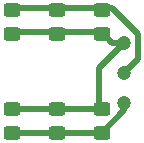
<source format=gbr>
%TF.GenerationSoftware,KiCad,Pcbnew,7.0.1*%
%TF.CreationDate,2023-07-19T22:53:03+03:00*%
%TF.ProjectId,korry-led-pcb,6b6f7272-792d-46c6-9564-2d7063622e6b,rev?*%
%TF.SameCoordinates,Original*%
%TF.FileFunction,Copper,L1,Top*%
%TF.FilePolarity,Positive*%
%FSLAX46Y46*%
G04 Gerber Fmt 4.6, Leading zero omitted, Abs format (unit mm)*
G04 Created by KiCad (PCBNEW 7.0.1) date 2023-07-19 22:53:03*
%MOMM*%
%LPD*%
G01*
G04 APERTURE LIST*
G04 Aperture macros list*
%AMRoundRect*
0 Rectangle with rounded corners*
0 $1 Rounding radius*
0 $2 $3 $4 $5 $6 $7 $8 $9 X,Y pos of 4 corners*
0 Add a 4 corners polygon primitive as box body*
4,1,4,$2,$3,$4,$5,$6,$7,$8,$9,$2,$3,0*
0 Add four circle primitives for the rounded corners*
1,1,$1+$1,$2,$3*
1,1,$1+$1,$4,$5*
1,1,$1+$1,$6,$7*
1,1,$1+$1,$8,$9*
0 Add four rect primitives between the rounded corners*
20,1,$1+$1,$2,$3,$4,$5,0*
20,1,$1+$1,$4,$5,$6,$7,0*
20,1,$1+$1,$6,$7,$8,$9,0*
20,1,$1+$1,$8,$9,$2,$3,0*%
G04 Aperture macros list end*
%TA.AperFunction,SMDPad,CuDef*%
%ADD10RoundRect,0.250000X-0.450000X0.325000X-0.450000X-0.325000X0.450000X-0.325000X0.450000X0.325000X0*%
%TD*%
%TA.AperFunction,SMDPad,CuDef*%
%ADD11RoundRect,0.250000X0.450000X-0.325000X0.450000X0.325000X-0.450000X0.325000X-0.450000X-0.325000X0*%
%TD*%
%TA.AperFunction,ViaPad*%
%ADD12C,1.200000*%
%TD*%
%TA.AperFunction,Conductor*%
%ADD13C,0.500000*%
%TD*%
G04 APERTURE END LIST*
D10*
%TO.P,D6,1,K*%
%TO.N,Net-(D1-K)*%
X114300000Y-113529000D03*
%TO.P,D6,2,A*%
%TO.N,Net-(D4-A)*%
X114300000Y-115579000D03*
%TD*%
%TO.P,D5,1,K*%
%TO.N,Net-(D1-K)*%
X110490000Y-113529000D03*
%TO.P,D5,2,A*%
%TO.N,Net-(D4-A)*%
X110490000Y-115579000D03*
%TD*%
%TO.P,D4,1,K*%
%TO.N,Net-(D1-K)*%
X106680000Y-113529000D03*
%TO.P,D4,2,A*%
%TO.N,Net-(D4-A)*%
X106680000Y-115579000D03*
%TD*%
D11*
%TO.P,D3,2,A*%
%TO.N,Net-(D1-A)*%
X114300000Y-105147000D03*
%TO.P,D3,1,K*%
%TO.N,Net-(D1-K)*%
X114300000Y-107197000D03*
%TD*%
%TO.P,D2,1,K*%
%TO.N,Net-(D1-K)*%
X110490000Y-107197000D03*
%TO.P,D2,2,A*%
%TO.N,Net-(D1-A)*%
X110490000Y-105147000D03*
%TD*%
%TO.P,D1,1,K*%
%TO.N,Net-(D1-K)*%
X106680000Y-107197000D03*
%TO.P,D1,2,A*%
%TO.N,Net-(D1-A)*%
X106680000Y-105147000D03*
%TD*%
D12*
%TO.N,Net-(D4-A)*%
X116205000Y-113030000D03*
%TO.N,Net-(D1-A)*%
X116205000Y-110490000D03*
%TO.N,Net-(D1-K)*%
X116205000Y-107950000D03*
%TD*%
D13*
%TO.N,Net-(D4-A)*%
X110490000Y-115579000D02*
X106680000Y-115579000D01*
X114300000Y-115579000D02*
X110490000Y-115579000D01*
X116205000Y-113030000D02*
X116205000Y-113674000D01*
X116205000Y-113674000D02*
X114300000Y-115579000D01*
%TO.N,Net-(D1-K)*%
X110490000Y-113529000D02*
X106680000Y-113529000D01*
X114300000Y-113529000D02*
X110490000Y-113529000D01*
X116205000Y-107950000D02*
X114046000Y-110109000D01*
X114046000Y-113275000D02*
X114300000Y-113529000D01*
X114046000Y-110109000D02*
X114046000Y-113275000D01*
X110490000Y-107070000D02*
X106680000Y-107070000D01*
X114300000Y-107070000D02*
X110490000Y-107070000D01*
X116205000Y-107950000D02*
X115180000Y-107950000D01*
X115180000Y-107950000D02*
X114300000Y-107070000D01*
%TO.N,Net-(D1-A)*%
X106680000Y-105020000D02*
X110490000Y-105020000D01*
X110490000Y-105020000D02*
X114300000Y-105020000D01*
X116205000Y-110490000D02*
X117355000Y-109340000D01*
X117355000Y-109340000D02*
X117355000Y-107195000D01*
X117355000Y-107195000D02*
X115180000Y-105020000D01*
X115180000Y-105020000D02*
X114300000Y-105020000D01*
%TD*%
M02*

</source>
